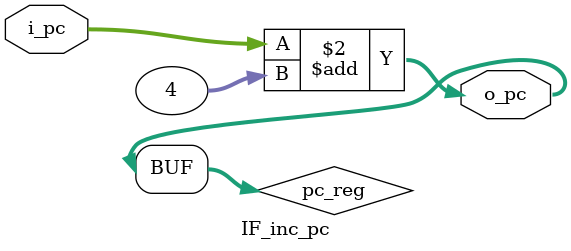
<source format=v>
`timescale 1ns / 1ps

module IF_inc_pc
#(
    parameter NB_ADDR   = 32,
    parameter NBITS     = 32
)
(
    input       wire    [NB_ADDR - 1:0]     i_pc, 
    output      wire    [NB_ADDR - 1:0]     o_pc 
);

    reg    [NB_ADDR - 1:0]      pc_reg;

  always @(*) begin
        pc_reg<=i_pc + 4;
    end

    //OUTPUT
    assign o_pc = pc_reg;

endmodule
</source>
